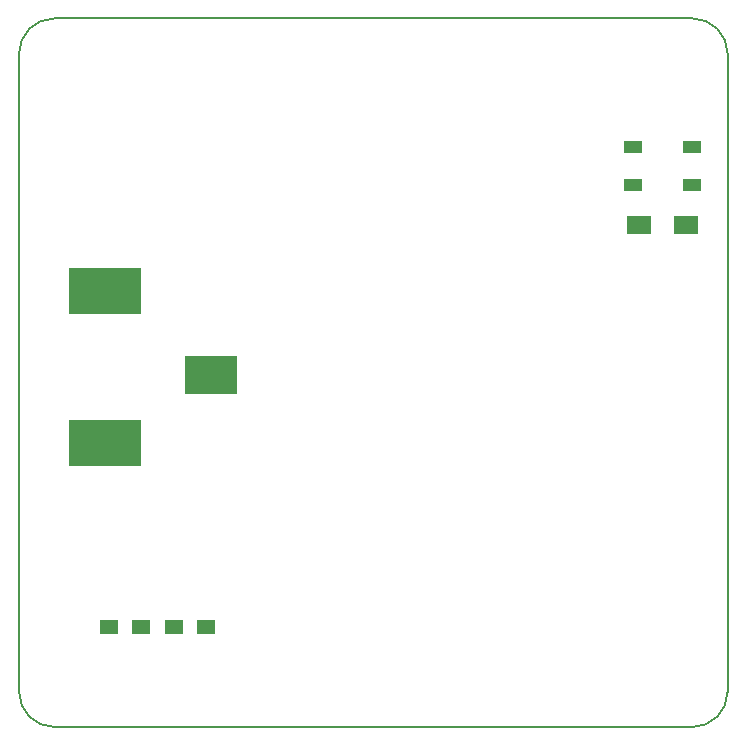
<source format=gbr>
%TF.GenerationSoftware,KiCad,Pcbnew,(5.0.1-3-g963ef8bb5)*%
%TF.CreationDate,2020-02-23T21:28:53+01:00*%
%TF.ProjectId,ethersweep,657468657273776565702E6B69636164,rev?*%
%TF.SameCoordinates,Original*%
%TF.FileFunction,Paste,Top*%
%TF.FilePolarity,Positive*%
%FSLAX46Y46*%
G04 Gerber Fmt 4.6, Leading zero omitted, Abs format (unit mm)*
G04 Created by KiCad (PCBNEW (5.0.1-3-g963ef8bb5)) date 2020 February 23, Sunday 21:28:53*
%MOMM*%
%LPD*%
G01*
G04 APERTURE LIST*
%ADD10C,0.150000*%
%ADD11C,0.200000*%
%ADD12R,2.000000X1.600000*%
%ADD13R,1.600000X1.000000*%
%ADD14R,6.200000X3.900000*%
%ADD15R,4.400000X3.300000*%
%ADD16R,1.500000X1.300000*%
G04 APERTURE END LIST*
D10*
X84500000Y-72500000D02*
G75*
G02X87500000Y-69500000I3000000J0D01*
G01*
X87500000Y-129500000D02*
G75*
G02X84500000Y-126500000I0J3000000D01*
G01*
X144500000Y-126500000D02*
G75*
G02X141500000Y-129500000I-3000000J0D01*
G01*
X141500000Y-69500000D02*
G75*
G02X144500000Y-72500000I0J-3000000D01*
G01*
D11*
X84500000Y-126500000D02*
X84500000Y-72500000D01*
X141500000Y-129500000D02*
X87500000Y-129500000D01*
X144500000Y-72500000D02*
X144500000Y-126500000D01*
X87500000Y-69500000D02*
X141500000Y-69500000D01*
D12*
X141000000Y-87000000D03*
X137000000Y-87000000D03*
D13*
X136475001Y-80395001D03*
X136475001Y-83595001D03*
X141475001Y-80395001D03*
X141475001Y-83595001D03*
D14*
X91800000Y-105450000D03*
X91800000Y-92550000D03*
D15*
X100800000Y-99700000D03*
D16*
X97650000Y-121000000D03*
X100350000Y-121000000D03*
X94850000Y-121000000D03*
X92150000Y-121000000D03*
M02*

</source>
